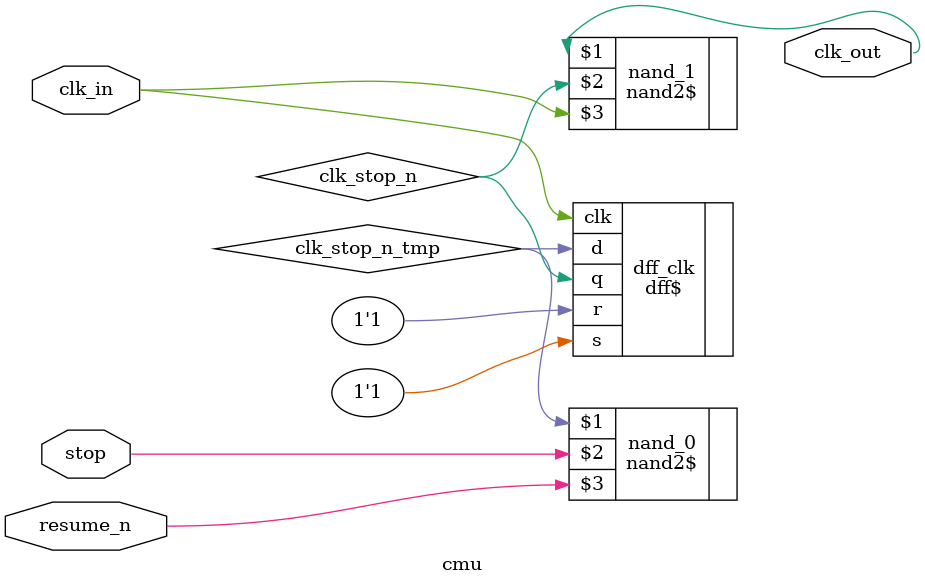
<source format=v>

module cmu(
    clk_in,
    clk_out,
    stop,
    resume_n
);
    input clk_in;
    input stop;
    input resume_n;

    output clk_out;

    wire clk_stop_n;
    wire clk_stop_n_tmp;
    
    // if stop == 1 && resume_n = 1
    // then stop clock
    nand2$ nand_0(clk_stop_n_tmp, stop, resume_n);
    dff$ dff_clk(.clk(clk_in), .d(clk_stop_n_tmp), .q(clk_stop_n), .r(1'b1), .s(1'b1));
    // if resume_n = 0, clk_stop_n = 1
    nand2$ nand_1(clk_out, clk_stop_n, clk_in);
endmodule

</source>
